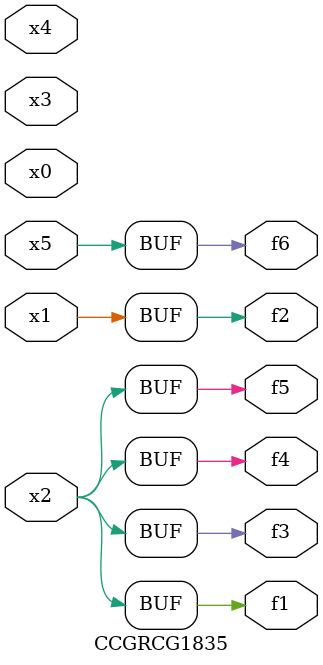
<source format=v>
module CCGRCG1835(
	input x0, x1, x2, x3, x4, x5,
	output f1, f2, f3, f4, f5, f6
);
	assign f1 = x2;
	assign f2 = x1;
	assign f3 = x2;
	assign f4 = x2;
	assign f5 = x2;
	assign f6 = x5;
endmodule

</source>
